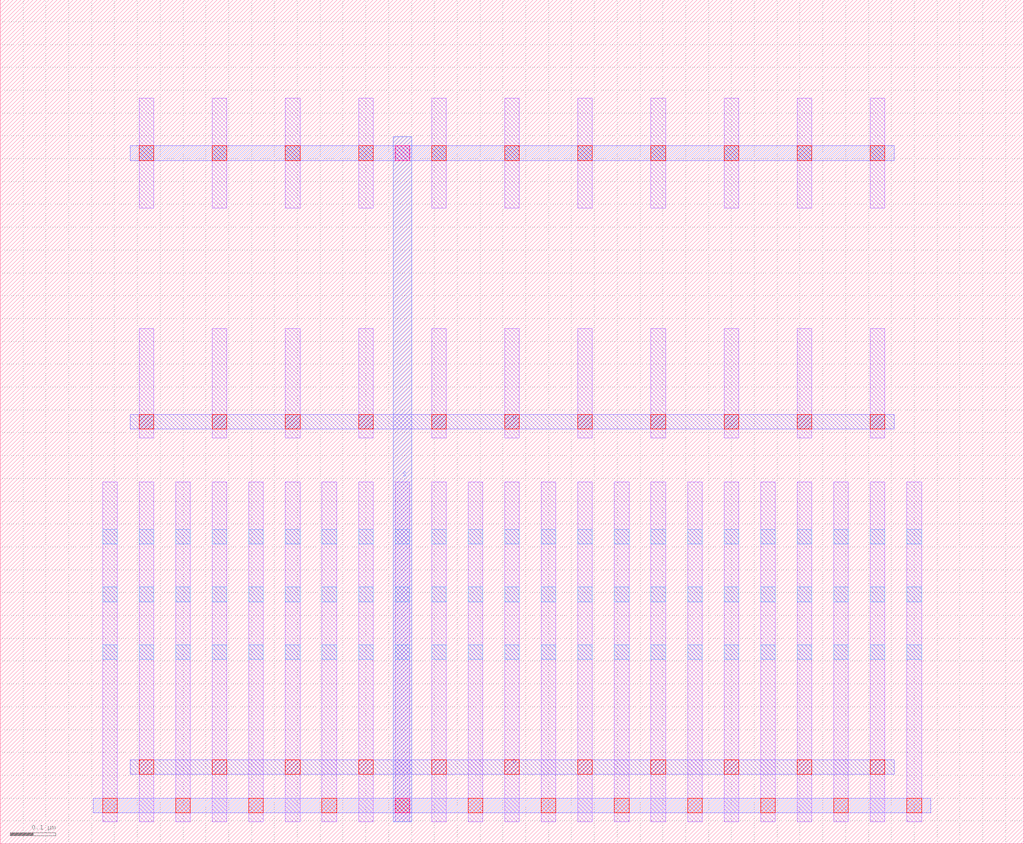
<source format=lef>
MACRO Switch_PMOS_nfin4_nf8_m4_n12_X11_Y1
  ORIGIN 0 0 ;
  FOREIGN Switch_PMOS_nfin4_nf8_m4_n12_X11_Y1 0 0 ;
  SIZE 2.2400 BY 1.8480 ;
  PIN S
    DIRECTION INOUT ;
    USE SIGNAL ;
    PORT
      LAYER M3 ;
        RECT 0.8600 0.0480 0.9000 1.5480 ;
    END
  END S
  PIN D
    DIRECTION INOUT ;
    USE SIGNAL ;
    PORT
      LAYER M2 ;
        RECT 0.2840 0.1520 1.9560 0.1840 ;
    END
  END D
  PIN G
    DIRECTION INOUT ;
    USE SIGNAL ;
    PORT
      LAYER M2 ;
        RECT 0.2840 0.9080 1.9560 0.9400 ;
    END
  END G
  OBS
    LAYER M1 ;
      RECT 0.3040 0.0480 0.3360 0.7920 ;
    LAYER M1 ;
      RECT 0.3040 0.8880 0.3360 1.1280 ;
    LAYER M1 ;
      RECT 0.3040 1.3920 0.3360 1.6320 ;
    LAYER M1 ;
      RECT 0.2240 0.0480 0.2560 0.7920 ;
    LAYER M1 ;
      RECT 0.3840 0.0480 0.4160 0.7920 ;
    LAYER M1 ;
      RECT 0.4640 0.0480 0.4960 0.7920 ;
    LAYER M1 ;
      RECT 0.4640 0.8880 0.4960 1.1280 ;
    LAYER M1 ;
      RECT 0.4640 1.3920 0.4960 1.6320 ;
    LAYER M1 ;
      RECT 0.5440 0.0480 0.5760 0.7920 ;
    LAYER M1 ;
      RECT 0.6240 0.0480 0.6560 0.7920 ;
    LAYER M1 ;
      RECT 0.6240 0.8880 0.6560 1.1280 ;
    LAYER M1 ;
      RECT 0.6240 1.3920 0.6560 1.6320 ;
    LAYER M1 ;
      RECT 0.7040 0.0480 0.7360 0.7920 ;
    LAYER M1 ;
      RECT 0.7840 0.0480 0.8160 0.7920 ;
    LAYER M1 ;
      RECT 0.7840 0.8880 0.8160 1.1280 ;
    LAYER M1 ;
      RECT 0.7840 1.3920 0.8160 1.6320 ;
    LAYER M1 ;
      RECT 0.8640 0.0480 0.8960 0.7920 ;
    LAYER M1 ;
      RECT 0.9440 0.0480 0.9760 0.7920 ;
    LAYER M1 ;
      RECT 0.9440 0.8880 0.9760 1.1280 ;
    LAYER M1 ;
      RECT 0.9440 1.3920 0.9760 1.6320 ;
    LAYER M1 ;
      RECT 1.0240 0.0480 1.0560 0.7920 ;
    LAYER M1 ;
      RECT 1.1040 0.0480 1.1360 0.7920 ;
    LAYER M1 ;
      RECT 1.1040 0.8880 1.1360 1.1280 ;
    LAYER M1 ;
      RECT 1.1040 1.3920 1.1360 1.6320 ;
    LAYER M1 ;
      RECT 1.1840 0.0480 1.2160 0.7920 ;
    LAYER M1 ;
      RECT 1.2640 0.0480 1.2960 0.7920 ;
    LAYER M1 ;
      RECT 1.2640 0.8880 1.2960 1.1280 ;
    LAYER M1 ;
      RECT 1.2640 1.3920 1.2960 1.6320 ;
    LAYER M1 ;
      RECT 1.3440 0.0480 1.3760 0.7920 ;
    LAYER M1 ;
      RECT 1.4240 0.0480 1.4560 0.7920 ;
    LAYER M1 ;
      RECT 1.4240 0.8880 1.4560 1.1280 ;
    LAYER M1 ;
      RECT 1.4240 1.3920 1.4560 1.6320 ;
    LAYER M1 ;
      RECT 1.5040 0.0480 1.5360 0.7920 ;
    LAYER M1 ;
      RECT 1.5840 0.0480 1.6160 0.7920 ;
    LAYER M1 ;
      RECT 1.5840 0.8880 1.6160 1.1280 ;
    LAYER M1 ;
      RECT 1.5840 1.3920 1.6160 1.6320 ;
    LAYER M1 ;
      RECT 1.6640 0.0480 1.6960 0.7920 ;
    LAYER M1 ;
      RECT 1.7440 0.0480 1.7760 0.7920 ;
    LAYER M1 ;
      RECT 1.7440 0.8880 1.7760 1.1280 ;
    LAYER M1 ;
      RECT 1.7440 1.3920 1.7760 1.6320 ;
    LAYER M1 ;
      RECT 1.8240 0.0480 1.8560 0.7920 ;
    LAYER M1 ;
      RECT 1.9040 0.0480 1.9360 0.7920 ;
    LAYER M1 ;
      RECT 1.9040 0.8880 1.9360 1.1280 ;
    LAYER M1 ;
      RECT 1.9040 1.3920 1.9360 1.6320 ;
    LAYER M1 ;
      RECT 1.9840 0.0480 2.0160 0.7920 ;
    LAYER M2 ;
      RECT 0.2840 1.4960 1.9560 1.5280 ;
    LAYER M2 ;
      RECT 0.2040 0.0680 2.0360 0.1000 ;
    LAYER V1 ;
      RECT 0.3040 0.1520 0.3360 0.1840 ;
    LAYER V1 ;
      RECT 0.3040 0.9080 0.3360 0.9400 ;
    LAYER V1 ;
      RECT 0.3040 1.4960 0.3360 1.5280 ;
    LAYER V1 ;
      RECT 0.4640 0.1520 0.4960 0.1840 ;
    LAYER V1 ;
      RECT 0.4640 0.9080 0.4960 0.9400 ;
    LAYER V1 ;
      RECT 0.4640 1.4960 0.4960 1.5280 ;
    LAYER V1 ;
      RECT 0.6240 0.1520 0.6560 0.1840 ;
    LAYER V1 ;
      RECT 0.6240 0.9080 0.6560 0.9400 ;
    LAYER V1 ;
      RECT 0.6240 1.4960 0.6560 1.5280 ;
    LAYER V1 ;
      RECT 0.7840 0.1520 0.8160 0.1840 ;
    LAYER V1 ;
      RECT 0.7840 0.9080 0.8160 0.9400 ;
    LAYER V1 ;
      RECT 0.7840 1.4960 0.8160 1.5280 ;
    LAYER V1 ;
      RECT 0.9440 0.1520 0.9760 0.1840 ;
    LAYER V1 ;
      RECT 0.9440 0.9080 0.9760 0.9400 ;
    LAYER V1 ;
      RECT 0.9440 1.4960 0.9760 1.5280 ;
    LAYER V1 ;
      RECT 1.1040 0.1520 1.1360 0.1840 ;
    LAYER V1 ;
      RECT 1.1040 0.9080 1.1360 0.9400 ;
    LAYER V1 ;
      RECT 1.1040 1.4960 1.1360 1.5280 ;
    LAYER V1 ;
      RECT 1.2640 0.1520 1.2960 0.1840 ;
    LAYER V1 ;
      RECT 1.2640 0.9080 1.2960 0.9400 ;
    LAYER V1 ;
      RECT 1.2640 1.4960 1.2960 1.5280 ;
    LAYER V1 ;
      RECT 1.4240 0.1520 1.4560 0.1840 ;
    LAYER V1 ;
      RECT 1.4240 0.9080 1.4560 0.9400 ;
    LAYER V1 ;
      RECT 1.4240 1.4960 1.4560 1.5280 ;
    LAYER V1 ;
      RECT 1.5840 0.1520 1.6160 0.1840 ;
    LAYER V1 ;
      RECT 1.5840 0.9080 1.6160 0.9400 ;
    LAYER V1 ;
      RECT 1.5840 1.4960 1.6160 1.5280 ;
    LAYER V1 ;
      RECT 1.7440 0.1520 1.7760 0.1840 ;
    LAYER V1 ;
      RECT 1.7440 0.9080 1.7760 0.9400 ;
    LAYER V1 ;
      RECT 1.7440 1.4960 1.7760 1.5280 ;
    LAYER V1 ;
      RECT 1.9040 0.1520 1.9360 0.1840 ;
    LAYER V1 ;
      RECT 1.9040 0.9080 1.9360 0.9400 ;
    LAYER V1 ;
      RECT 1.9040 1.4960 1.9360 1.5280 ;
    LAYER V1 ;
      RECT 0.2240 0.0680 0.2560 0.1000 ;
    LAYER V1 ;
      RECT 0.3840 0.0680 0.4160 0.1000 ;
    LAYER V1 ;
      RECT 0.5440 0.0680 0.5760 0.1000 ;
    LAYER V1 ;
      RECT 0.7040 0.0680 0.7360 0.1000 ;
    LAYER V1 ;
      RECT 0.8640 0.0680 0.8960 0.1000 ;
    LAYER V1 ;
      RECT 1.0240 0.0680 1.0560 0.1000 ;
    LAYER V1 ;
      RECT 1.1840 0.0680 1.2160 0.1000 ;
    LAYER V1 ;
      RECT 1.3440 0.0680 1.3760 0.1000 ;
    LAYER V1 ;
      RECT 1.5040 0.0680 1.5360 0.1000 ;
    LAYER V1 ;
      RECT 1.6640 0.0680 1.6960 0.1000 ;
    LAYER V1 ;
      RECT 1.8240 0.0680 1.8560 0.1000 ;
    LAYER V1 ;
      RECT 1.9840 0.0680 2.0160 0.1000 ;
    LAYER V2 ;
      RECT 0.8640 0.0680 0.8960 0.1000 ;
    LAYER V2 ;
      RECT 0.8640 1.4960 0.8960 1.5280 ;
    LAYER V0 ;
      RECT 0.3040 0.4040 0.3360 0.4360 ;
    LAYER V0 ;
      RECT 0.3040 0.5300 0.3360 0.5620 ;
    LAYER V0 ;
      RECT 0.3040 0.6560 0.3360 0.6880 ;
    LAYER V0 ;
      RECT 0.3040 0.9080 0.3360 0.9400 ;
    LAYER V0 ;
      RECT 0.3040 1.4960 0.3360 1.5280 ;
    LAYER V0 ;
      RECT 0.2240 0.4040 0.2560 0.4360 ;
    LAYER V0 ;
      RECT 0.2240 0.5300 0.2560 0.5620 ;
    LAYER V0 ;
      RECT 0.2240 0.6560 0.2560 0.6880 ;
    LAYER V0 ;
      RECT 0.3840 0.4040 0.4160 0.4360 ;
    LAYER V0 ;
      RECT 0.3840 0.4040 0.4160 0.4360 ;
    LAYER V0 ;
      RECT 0.3840 0.5300 0.4160 0.5620 ;
    LAYER V0 ;
      RECT 0.3840 0.5300 0.4160 0.5620 ;
    LAYER V0 ;
      RECT 0.3840 0.6560 0.4160 0.6880 ;
    LAYER V0 ;
      RECT 0.3840 0.6560 0.4160 0.6880 ;
    LAYER V0 ;
      RECT 0.4640 0.4040 0.4960 0.4360 ;
    LAYER V0 ;
      RECT 0.4640 0.5300 0.4960 0.5620 ;
    LAYER V0 ;
      RECT 0.4640 0.6560 0.4960 0.6880 ;
    LAYER V0 ;
      RECT 0.4640 0.9080 0.4960 0.9400 ;
    LAYER V0 ;
      RECT 0.4640 1.4960 0.4960 1.5280 ;
    LAYER V0 ;
      RECT 0.5440 0.4040 0.5760 0.4360 ;
    LAYER V0 ;
      RECT 0.5440 0.4040 0.5760 0.4360 ;
    LAYER V0 ;
      RECT 0.5440 0.5300 0.5760 0.5620 ;
    LAYER V0 ;
      RECT 0.5440 0.5300 0.5760 0.5620 ;
    LAYER V0 ;
      RECT 0.5440 0.6560 0.5760 0.6880 ;
    LAYER V0 ;
      RECT 0.5440 0.6560 0.5760 0.6880 ;
    LAYER V0 ;
      RECT 0.6240 0.4040 0.6560 0.4360 ;
    LAYER V0 ;
      RECT 0.6240 0.5300 0.6560 0.5620 ;
    LAYER V0 ;
      RECT 0.6240 0.6560 0.6560 0.6880 ;
    LAYER V0 ;
      RECT 0.6240 0.9080 0.6560 0.9400 ;
    LAYER V0 ;
      RECT 0.6240 1.4960 0.6560 1.5280 ;
    LAYER V0 ;
      RECT 0.7040 0.4040 0.7360 0.4360 ;
    LAYER V0 ;
      RECT 0.7040 0.4040 0.7360 0.4360 ;
    LAYER V0 ;
      RECT 0.7040 0.5300 0.7360 0.5620 ;
    LAYER V0 ;
      RECT 0.7040 0.5300 0.7360 0.5620 ;
    LAYER V0 ;
      RECT 0.7040 0.6560 0.7360 0.6880 ;
    LAYER V0 ;
      RECT 0.7040 0.6560 0.7360 0.6880 ;
    LAYER V0 ;
      RECT 0.7840 0.4040 0.8160 0.4360 ;
    LAYER V0 ;
      RECT 0.7840 0.5300 0.8160 0.5620 ;
    LAYER V0 ;
      RECT 0.7840 0.6560 0.8160 0.6880 ;
    LAYER V0 ;
      RECT 0.7840 0.9080 0.8160 0.9400 ;
    LAYER V0 ;
      RECT 0.7840 1.4960 0.8160 1.5280 ;
    LAYER V0 ;
      RECT 0.8640 0.4040 0.8960 0.4360 ;
    LAYER V0 ;
      RECT 0.8640 0.4040 0.8960 0.4360 ;
    LAYER V0 ;
      RECT 0.8640 0.5300 0.8960 0.5620 ;
    LAYER V0 ;
      RECT 0.8640 0.5300 0.8960 0.5620 ;
    LAYER V0 ;
      RECT 0.8640 0.6560 0.8960 0.6880 ;
    LAYER V0 ;
      RECT 0.8640 0.6560 0.8960 0.6880 ;
    LAYER V0 ;
      RECT 0.9440 0.4040 0.9760 0.4360 ;
    LAYER V0 ;
      RECT 0.9440 0.5300 0.9760 0.5620 ;
    LAYER V0 ;
      RECT 0.9440 0.6560 0.9760 0.6880 ;
    LAYER V0 ;
      RECT 0.9440 0.9080 0.9760 0.9400 ;
    LAYER V0 ;
      RECT 0.9440 1.4960 0.9760 1.5280 ;
    LAYER V0 ;
      RECT 1.0240 0.4040 1.0560 0.4360 ;
    LAYER V0 ;
      RECT 1.0240 0.4040 1.0560 0.4360 ;
    LAYER V0 ;
      RECT 1.0240 0.5300 1.0560 0.5620 ;
    LAYER V0 ;
      RECT 1.0240 0.5300 1.0560 0.5620 ;
    LAYER V0 ;
      RECT 1.0240 0.6560 1.0560 0.6880 ;
    LAYER V0 ;
      RECT 1.0240 0.6560 1.0560 0.6880 ;
    LAYER V0 ;
      RECT 1.1040 0.4040 1.1360 0.4360 ;
    LAYER V0 ;
      RECT 1.1040 0.5300 1.1360 0.5620 ;
    LAYER V0 ;
      RECT 1.1040 0.6560 1.1360 0.6880 ;
    LAYER V0 ;
      RECT 1.1040 0.9080 1.1360 0.9400 ;
    LAYER V0 ;
      RECT 1.1040 1.4960 1.1360 1.5280 ;
    LAYER V0 ;
      RECT 1.1840 0.4040 1.2160 0.4360 ;
    LAYER V0 ;
      RECT 1.1840 0.4040 1.2160 0.4360 ;
    LAYER V0 ;
      RECT 1.1840 0.5300 1.2160 0.5620 ;
    LAYER V0 ;
      RECT 1.1840 0.5300 1.2160 0.5620 ;
    LAYER V0 ;
      RECT 1.1840 0.6560 1.2160 0.6880 ;
    LAYER V0 ;
      RECT 1.1840 0.6560 1.2160 0.6880 ;
    LAYER V0 ;
      RECT 1.2640 0.4040 1.2960 0.4360 ;
    LAYER V0 ;
      RECT 1.2640 0.5300 1.2960 0.5620 ;
    LAYER V0 ;
      RECT 1.2640 0.6560 1.2960 0.6880 ;
    LAYER V0 ;
      RECT 1.2640 0.9080 1.2960 0.9400 ;
    LAYER V0 ;
      RECT 1.2640 1.4960 1.2960 1.5280 ;
    LAYER V0 ;
      RECT 1.3440 0.4040 1.3760 0.4360 ;
    LAYER V0 ;
      RECT 1.3440 0.4040 1.3760 0.4360 ;
    LAYER V0 ;
      RECT 1.3440 0.5300 1.3760 0.5620 ;
    LAYER V0 ;
      RECT 1.3440 0.5300 1.3760 0.5620 ;
    LAYER V0 ;
      RECT 1.3440 0.6560 1.3760 0.6880 ;
    LAYER V0 ;
      RECT 1.3440 0.6560 1.3760 0.6880 ;
    LAYER V0 ;
      RECT 1.4240 0.4040 1.4560 0.4360 ;
    LAYER V0 ;
      RECT 1.4240 0.5300 1.4560 0.5620 ;
    LAYER V0 ;
      RECT 1.4240 0.6560 1.4560 0.6880 ;
    LAYER V0 ;
      RECT 1.4240 0.9080 1.4560 0.9400 ;
    LAYER V0 ;
      RECT 1.4240 1.4960 1.4560 1.5280 ;
    LAYER V0 ;
      RECT 1.5040 0.4040 1.5360 0.4360 ;
    LAYER V0 ;
      RECT 1.5040 0.4040 1.5360 0.4360 ;
    LAYER V0 ;
      RECT 1.5040 0.5300 1.5360 0.5620 ;
    LAYER V0 ;
      RECT 1.5040 0.5300 1.5360 0.5620 ;
    LAYER V0 ;
      RECT 1.5040 0.6560 1.5360 0.6880 ;
    LAYER V0 ;
      RECT 1.5040 0.6560 1.5360 0.6880 ;
    LAYER V0 ;
      RECT 1.5840 0.4040 1.6160 0.4360 ;
    LAYER V0 ;
      RECT 1.5840 0.5300 1.6160 0.5620 ;
    LAYER V0 ;
      RECT 1.5840 0.6560 1.6160 0.6880 ;
    LAYER V0 ;
      RECT 1.5840 0.9080 1.6160 0.9400 ;
    LAYER V0 ;
      RECT 1.5840 1.4960 1.6160 1.5280 ;
    LAYER V0 ;
      RECT 1.6640 0.4040 1.6960 0.4360 ;
    LAYER V0 ;
      RECT 1.6640 0.4040 1.6960 0.4360 ;
    LAYER V0 ;
      RECT 1.6640 0.5300 1.6960 0.5620 ;
    LAYER V0 ;
      RECT 1.6640 0.5300 1.6960 0.5620 ;
    LAYER V0 ;
      RECT 1.6640 0.6560 1.6960 0.6880 ;
    LAYER V0 ;
      RECT 1.6640 0.6560 1.6960 0.6880 ;
    LAYER V0 ;
      RECT 1.7440 0.4040 1.7760 0.4360 ;
    LAYER V0 ;
      RECT 1.7440 0.5300 1.7760 0.5620 ;
    LAYER V0 ;
      RECT 1.7440 0.6560 1.7760 0.6880 ;
    LAYER V0 ;
      RECT 1.7440 0.9080 1.7760 0.9400 ;
    LAYER V0 ;
      RECT 1.7440 1.4960 1.7760 1.5280 ;
    LAYER V0 ;
      RECT 1.8240 0.4040 1.8560 0.4360 ;
    LAYER V0 ;
      RECT 1.8240 0.4040 1.8560 0.4360 ;
    LAYER V0 ;
      RECT 1.8240 0.5300 1.8560 0.5620 ;
    LAYER V0 ;
      RECT 1.8240 0.5300 1.8560 0.5620 ;
    LAYER V0 ;
      RECT 1.8240 0.6560 1.8560 0.6880 ;
    LAYER V0 ;
      RECT 1.8240 0.6560 1.8560 0.6880 ;
    LAYER V0 ;
      RECT 1.9040 0.4040 1.9360 0.4360 ;
    LAYER V0 ;
      RECT 1.9040 0.5300 1.9360 0.5620 ;
    LAYER V0 ;
      RECT 1.9040 0.6560 1.9360 0.6880 ;
    LAYER V0 ;
      RECT 1.9040 0.9080 1.9360 0.9400 ;
    LAYER V0 ;
      RECT 1.9040 1.4960 1.9360 1.5280 ;
    LAYER V0 ;
      RECT 1.9840 0.4040 2.0160 0.4360 ;
    LAYER V0 ;
      RECT 1.9840 0.5300 2.0160 0.5620 ;
    LAYER V0 ;
      RECT 1.9840 0.6560 2.0160 0.6880 ;
  END
END Switch_PMOS_nfin4_nf8_m4_n12_X11_Y1

</source>
